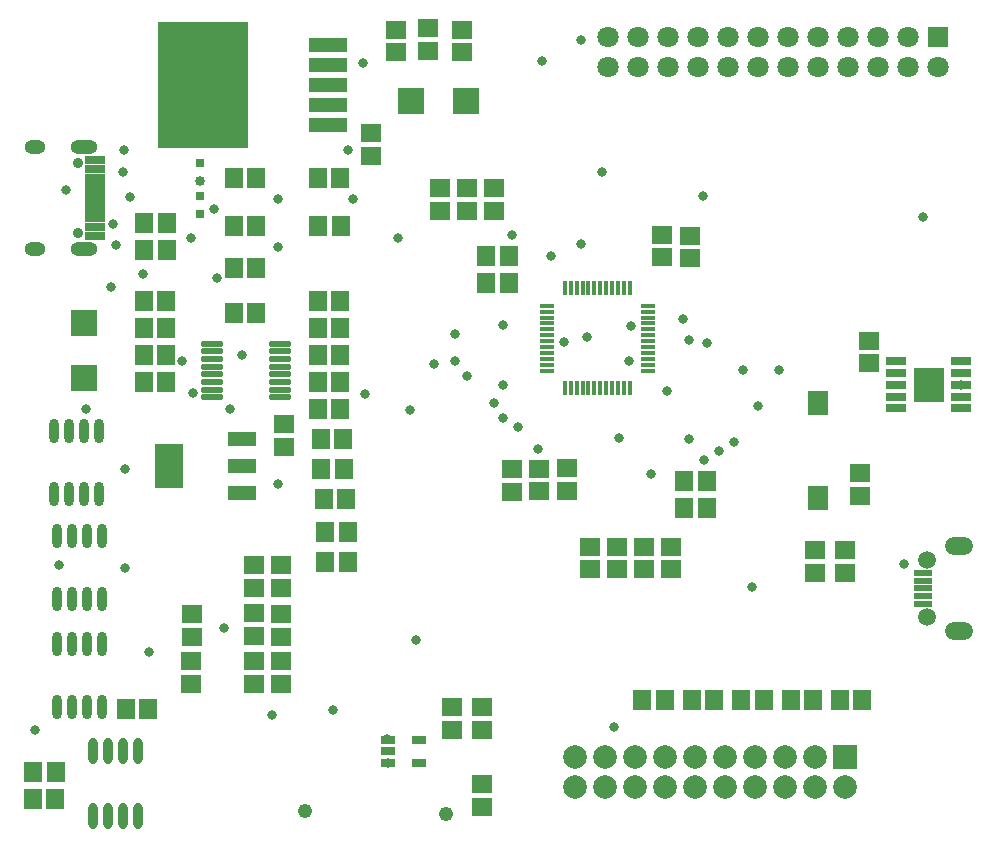
<source format=gts>
G04*
G04 #@! TF.GenerationSoftware,Altium Limited,Altium Designer,21.6.4 (81)*
G04*
G04 Layer_Color=8388736*
%FSLAX25Y25*%
%MOIN*%
G70*
G04*
G04 #@! TF.SameCoordinates,D17E0072-19AB-4E61-9357-99CEFC96D61D*
G04*
G04*
G04 #@! TF.FilePolarity,Negative*
G04*
G01*
G75*
%ADD23R,0.01200X0.04700*%
%ADD24R,0.04700X0.01200*%
%ADD41R,0.05918X0.06706*%
%ADD42R,0.06509X0.03162*%
%ADD43R,0.06509X0.01981*%
%ADD44R,0.04737X0.03162*%
%ADD45R,0.03162X0.03162*%
%ADD46R,0.30410X0.42400*%
%ADD47R,0.12937X0.04816*%
%ADD48R,0.06706X0.05918*%
%ADD49O,0.07617X0.02150*%
%ADD50O,0.03280X0.08143*%
%ADD51R,0.06312X0.02375*%
%ADD52C,0.04800*%
%ADD53O,0.03115X0.08851*%
%ADD54R,0.09461X0.14580*%
%ADD55R,0.09461X0.05131*%
%ADD56R,0.08674X0.08674*%
%ADD57R,0.06706X0.03162*%
%ADD58R,0.10249X0.11824*%
%ADD59R,0.06706X0.08280*%
%ADD60R,0.08674X0.08674*%
%ADD61C,0.03556*%
%ADD62O,0.07099X0.04737*%
%ADD63O,0.09068X0.04737*%
%ADD64R,0.07887X0.07887*%
%ADD65C,0.07887*%
%ADD66O,0.09461X0.05918*%
%ADD67C,0.05918*%
%ADD68R,0.07099X0.07099*%
%ADD69C,0.07099*%
%ADD70C,0.03162*%
D23*
X188173Y152268D02*
D03*
X190142D02*
D03*
X192110D02*
D03*
X194079D02*
D03*
X196047D02*
D03*
X198016D02*
D03*
X199984D02*
D03*
X201953D02*
D03*
X203921D02*
D03*
X205890D02*
D03*
X207858D02*
D03*
X209827D02*
D03*
Y185732D02*
D03*
X207858D02*
D03*
X205890D02*
D03*
X203921D02*
D03*
X201953D02*
D03*
X199984D02*
D03*
X198016D02*
D03*
X196047D02*
D03*
X194079D02*
D03*
X192110D02*
D03*
X190142D02*
D03*
X188173D02*
D03*
D24*
X215732Y158173D02*
D03*
Y160142D02*
D03*
Y162110D02*
D03*
Y164079D02*
D03*
Y166047D02*
D03*
Y168016D02*
D03*
Y169984D02*
D03*
Y171953D02*
D03*
Y173921D02*
D03*
Y175890D02*
D03*
Y177858D02*
D03*
Y179827D02*
D03*
X182268D02*
D03*
Y177858D02*
D03*
Y175890D02*
D03*
Y173921D02*
D03*
Y171953D02*
D03*
Y169984D02*
D03*
Y168016D02*
D03*
Y166047D02*
D03*
Y164079D02*
D03*
Y162110D02*
D03*
Y160142D02*
D03*
Y158173D02*
D03*
D41*
X113240Y222500D02*
D03*
X105760D02*
D03*
X162020Y196500D02*
D03*
X169500D02*
D03*
X77760Y177500D02*
D03*
X85240D02*
D03*
X237980Y48500D02*
D03*
X230500D02*
D03*
X221500D02*
D03*
X214020D02*
D03*
X247020D02*
D03*
X254500D02*
D03*
X263500D02*
D03*
X270980D02*
D03*
X279760D02*
D03*
X287240D02*
D03*
X85240Y222500D02*
D03*
X77760D02*
D03*
X85240Y206500D02*
D03*
X77760D02*
D03*
X85240Y192500D02*
D03*
X77760D02*
D03*
X49240Y45500D02*
D03*
X41760D02*
D03*
X107760Y115500D02*
D03*
X115240D02*
D03*
X108280Y104500D02*
D03*
X115760D02*
D03*
Y94500D02*
D03*
X108280D02*
D03*
X114500Y125500D02*
D03*
X107020D02*
D03*
X162020Y187500D02*
D03*
X169500D02*
D03*
X114240Y135500D02*
D03*
X106760D02*
D03*
X18500Y24500D02*
D03*
X11020D02*
D03*
X18240Y15500D02*
D03*
X10760D02*
D03*
X235500Y121500D02*
D03*
X228020D02*
D03*
X235500Y112500D02*
D03*
X228020D02*
D03*
X48020Y207500D02*
D03*
X55500D02*
D03*
X113500Y206500D02*
D03*
X106020D02*
D03*
X55240Y154500D02*
D03*
X47760D02*
D03*
X47900Y163400D02*
D03*
X55380D02*
D03*
X55500Y198500D02*
D03*
X48020D02*
D03*
X105760Y145500D02*
D03*
X113240D02*
D03*
X55240Y172500D02*
D03*
X47760D02*
D03*
X55240Y181500D02*
D03*
X47760D02*
D03*
X105760Y172500D02*
D03*
X113240D02*
D03*
X105760Y154500D02*
D03*
X113240D02*
D03*
X113240Y181500D02*
D03*
X105760D02*
D03*
X113240Y163500D02*
D03*
X105760D02*
D03*
D42*
X31629Y203023D02*
D03*
Y206054D02*
D03*
Y225346D02*
D03*
Y228397D02*
D03*
D43*
Y208810D02*
D03*
Y210779D02*
D03*
Y212747D02*
D03*
Y214716D02*
D03*
Y216685D02*
D03*
Y218653D02*
D03*
X31628Y220621D02*
D03*
X31629Y222590D02*
D03*
D44*
X139619Y34980D02*
D03*
X139618Y27500D02*
D03*
X129382Y27500D02*
D03*
X129382Y31240D02*
D03*
X129382Y34980D02*
D03*
D45*
X66500Y221547D02*
D03*
Y227453D02*
D03*
Y216453D02*
D03*
Y210547D02*
D03*
D46*
X67500Y253500D02*
D03*
D47*
X109310Y266886D02*
D03*
Y260193D02*
D03*
Y253500D02*
D03*
Y246807D02*
D03*
Y240114D02*
D03*
D48*
X188800Y118120D02*
D03*
Y125600D02*
D03*
X179700Y118020D02*
D03*
Y125500D02*
D03*
X170600Y117760D02*
D03*
Y125240D02*
D03*
X63500Y53760D02*
D03*
Y61240D02*
D03*
X160500Y45980D02*
D03*
Y38500D02*
D03*
Y20240D02*
D03*
Y12760D02*
D03*
X150500Y45980D02*
D03*
Y38500D02*
D03*
X220500Y203500D02*
D03*
Y196020D02*
D03*
X223500Y92020D02*
D03*
Y99500D02*
D03*
X214500Y92020D02*
D03*
Y99500D02*
D03*
X205500Y92020D02*
D03*
Y99500D02*
D03*
X196500Y92020D02*
D03*
Y99500D02*
D03*
X132000Y271740D02*
D03*
Y264260D02*
D03*
X142500Y264760D02*
D03*
Y272240D02*
D03*
X84500Y61240D02*
D03*
Y53760D02*
D03*
X154000Y271740D02*
D03*
Y264260D02*
D03*
X94500Y140240D02*
D03*
Y132760D02*
D03*
X63774Y76980D02*
D03*
Y69500D02*
D03*
X84500Y85760D02*
D03*
Y93240D02*
D03*
Y69760D02*
D03*
Y77240D02*
D03*
X93500Y85760D02*
D03*
Y93240D02*
D03*
Y61240D02*
D03*
Y53760D02*
D03*
Y76980D02*
D03*
Y69500D02*
D03*
X123500Y229760D02*
D03*
Y237240D02*
D03*
X229900Y203200D02*
D03*
Y195720D02*
D03*
X289480Y160638D02*
D03*
Y168118D02*
D03*
X286500Y116500D02*
D03*
Y123980D02*
D03*
X271500Y98240D02*
D03*
Y90760D02*
D03*
X281500Y98240D02*
D03*
Y90760D02*
D03*
X164500Y211500D02*
D03*
Y218980D02*
D03*
X155500Y218930D02*
D03*
Y211450D02*
D03*
X146500Y211500D02*
D03*
Y218980D02*
D03*
D49*
X70500Y167177D02*
D03*
Y164618D02*
D03*
Y162059D02*
D03*
Y159500D02*
D03*
Y156941D02*
D03*
Y154382D02*
D03*
Y151823D02*
D03*
Y149264D02*
D03*
X93065Y167177D02*
D03*
Y164618D02*
D03*
Y162059D02*
D03*
Y159500D02*
D03*
Y156941D02*
D03*
Y154382D02*
D03*
Y151823D02*
D03*
Y149264D02*
D03*
D50*
X19000Y81939D02*
D03*
X24000D02*
D03*
X29000D02*
D03*
X34000D02*
D03*
X19000Y103061D02*
D03*
X24000D02*
D03*
X29000D02*
D03*
X34000D02*
D03*
Y67061D02*
D03*
X29000D02*
D03*
X24000D02*
D03*
X19000D02*
D03*
X34000Y45939D02*
D03*
X29000D02*
D03*
X24000D02*
D03*
X19000D02*
D03*
X33000Y138061D02*
D03*
X28000D02*
D03*
X23000D02*
D03*
X18000D02*
D03*
X33000Y116939D02*
D03*
X28000D02*
D03*
X23000D02*
D03*
X18000D02*
D03*
D51*
X307500Y90736D02*
D03*
Y88177D02*
D03*
Y85618D02*
D03*
Y83059D02*
D03*
Y80500D02*
D03*
D52*
X101500Y11500D02*
D03*
X148500Y10500D02*
D03*
D53*
X46000Y31415D02*
D03*
X41000D02*
D03*
X36000D02*
D03*
X31000D02*
D03*
X46000Y9585D02*
D03*
X41000D02*
D03*
X36000D02*
D03*
X31000D02*
D03*
D54*
X56300Y126500D02*
D03*
D55*
X80700Y135555D02*
D03*
Y126500D02*
D03*
Y117445D02*
D03*
D56*
X155055Y248000D02*
D03*
X136945D02*
D03*
D57*
X320326Y145626D02*
D03*
Y149563D02*
D03*
Y153500D02*
D03*
Y157437D02*
D03*
Y161374D02*
D03*
X298673D02*
D03*
Y157437D02*
D03*
Y153500D02*
D03*
Y149563D02*
D03*
Y145626D02*
D03*
D58*
X309500Y153500D02*
D03*
D59*
X272500Y147248D02*
D03*
Y115752D02*
D03*
D60*
X28000Y155890D02*
D03*
Y174000D02*
D03*
D61*
X25940Y203967D02*
D03*
Y227432D02*
D03*
D62*
X11570Y198692D02*
D03*
Y232708D02*
D03*
D63*
X28027Y198692D02*
D03*
Y232708D02*
D03*
D64*
X281500Y29500D02*
D03*
D65*
Y19500D02*
D03*
X271500Y29500D02*
D03*
Y19500D02*
D03*
X261500Y29500D02*
D03*
Y19500D02*
D03*
X251500Y29500D02*
D03*
Y19500D02*
D03*
X241500Y29500D02*
D03*
Y19500D02*
D03*
X231500Y29500D02*
D03*
Y19500D02*
D03*
X221500Y29500D02*
D03*
Y19500D02*
D03*
X211500Y29500D02*
D03*
Y19500D02*
D03*
X201500Y29500D02*
D03*
Y19500D02*
D03*
X191500Y29500D02*
D03*
Y19500D02*
D03*
D66*
X319479Y99791D02*
D03*
Y71445D02*
D03*
D67*
X308967Y76071D02*
D03*
Y95165D02*
D03*
D68*
X312500Y269500D02*
D03*
D69*
Y259500D02*
D03*
X302500Y269500D02*
D03*
Y259500D02*
D03*
X292500Y269500D02*
D03*
Y259500D02*
D03*
X282500Y269500D02*
D03*
Y259500D02*
D03*
X272500Y269500D02*
D03*
Y259500D02*
D03*
X262500Y269500D02*
D03*
Y259500D02*
D03*
X252500Y269500D02*
D03*
Y259500D02*
D03*
X242500Y269500D02*
D03*
Y259500D02*
D03*
X232500Y269500D02*
D03*
Y259500D02*
D03*
X222500Y269500D02*
D03*
Y259500D02*
D03*
X212500Y269500D02*
D03*
Y259500D02*
D03*
X202500Y269500D02*
D03*
Y259500D02*
D03*
D70*
X41300Y231700D02*
D03*
X38400Y200100D02*
D03*
X37400Y207200D02*
D03*
X113240Y222500D02*
D03*
X40800Y224300D02*
D03*
X123500Y237240D02*
D03*
X162020Y196500D02*
D03*
X234100Y216500D02*
D03*
X227500Y175500D02*
D03*
X301200Y93900D02*
D03*
X187793Y167793D02*
D03*
X195600Y169500D02*
D03*
X66500Y221547D02*
D03*
X71200Y212100D02*
D03*
X115800Y231700D02*
D03*
X47900Y163400D02*
D03*
X47760Y154500D02*
D03*
X94500Y140240D02*
D03*
X113240Y145500D02*
D03*
X10760Y15500D02*
D03*
X36000Y9585D02*
D03*
Y31415D02*
D03*
X46000D02*
D03*
X49240Y45500D02*
D03*
X93500Y61240D02*
D03*
X84500Y85760D02*
D03*
X93500Y93240D02*
D03*
X80700Y117445D02*
D03*
X115240Y115500D02*
D03*
X196500Y92020D02*
D03*
X205500D02*
D03*
X214500D02*
D03*
X270980Y48500D02*
D03*
X214020D02*
D03*
X254500D02*
D03*
X230500D02*
D03*
X150500Y45980D02*
D03*
X160500D02*
D03*
Y12760D02*
D03*
X220500Y203500D02*
D03*
X320326Y153500D02*
D03*
X272500Y147248D02*
D03*
X286500Y116500D02*
D03*
X281500Y90760D02*
D03*
X223500Y92020D02*
D03*
X235500Y112500D02*
D03*
Y121500D02*
D03*
X170600Y117760D02*
D03*
X179700Y118020D02*
D03*
X206200Y135800D02*
D03*
X162020Y187500D02*
D03*
X146500Y218980D02*
D03*
X113500Y206500D02*
D03*
X85240Y192500D02*
D03*
X76000Y244000D02*
D03*
X74000Y264000D02*
D03*
X60000Y242000D02*
D03*
X62000Y266000D02*
D03*
X68000Y254000D02*
D03*
X109310Y266886D02*
D03*
Y253500D02*
D03*
X154000Y271740D02*
D03*
X142500Y272240D02*
D03*
X155265Y248557D02*
D03*
X34000Y81939D02*
D03*
X19000Y103061D02*
D03*
Y67061D02*
D03*
X33000Y116939D02*
D03*
X287240Y48500D02*
D03*
X271500Y90760D02*
D03*
X289480Y168118D02*
D03*
Y160638D02*
D03*
X220500Y196020D02*
D03*
X189300Y118100D02*
D03*
X179700Y125500D02*
D03*
X179200Y132000D02*
D03*
X216760Y123760D02*
D03*
X170000Y188000D02*
D03*
X123500Y229760D02*
D03*
X164500Y218980D02*
D03*
X155500Y218930D02*
D03*
X109310Y240114D02*
D03*
X48020Y207500D02*
D03*
X28043Y155965D02*
D03*
X160500Y38500D02*
D03*
X148500Y10500D02*
D03*
X150500Y38500D02*
D03*
X128999Y35240D02*
D03*
X129382Y27500D02*
D03*
X101500Y11500D02*
D03*
X41760Y45500D02*
D03*
X46000Y9585D02*
D03*
X18240Y15500D02*
D03*
X18000Y138061D02*
D03*
X80700Y126500D02*
D03*
X92500Y120500D02*
D03*
X138500Y68500D02*
D03*
X151500Y170500D02*
D03*
X167500Y173500D02*
D03*
X144500Y160500D02*
D03*
X151500Y161500D02*
D03*
X155500Y156500D02*
D03*
X132500Y202500D02*
D03*
X234500Y128500D02*
D03*
X239500Y131500D02*
D03*
X244500Y134500D02*
D03*
X229500Y135500D02*
D03*
X183500Y196500D02*
D03*
X204500Y39500D02*
D03*
X250417Y86013D02*
D03*
X209500Y161500D02*
D03*
X247500Y158500D02*
D03*
X222230Y151364D02*
D03*
X307500Y209500D02*
D03*
X252500Y146500D02*
D03*
X259500Y158500D02*
D03*
X229500Y168500D02*
D03*
X235500Y167500D02*
D03*
X200500Y224500D02*
D03*
X193500Y268500D02*
D03*
X180500Y261500D02*
D03*
X193500Y200500D02*
D03*
X210205Y172937D02*
D03*
X167500Y153500D02*
D03*
X164500Y147500D02*
D03*
X167500Y142500D02*
D03*
X172500Y139500D02*
D03*
X136500Y145086D02*
D03*
X170500Y203500D02*
D03*
X41500Y125500D02*
D03*
X74500Y72500D02*
D03*
X43359Y215922D02*
D03*
X117500Y215500D02*
D03*
X47500Y190500D02*
D03*
X37000Y185945D02*
D03*
X63500Y202500D02*
D03*
X60640Y161400D02*
D03*
X64142Y150635D02*
D03*
X72078Y189129D02*
D03*
X80500Y163500D02*
D03*
X76500Y145500D02*
D03*
X92500Y199500D02*
D03*
X22036Y218340D02*
D03*
X92500Y215500D02*
D03*
X121500Y150500D02*
D03*
X120838Y260871D02*
D03*
X110935Y45238D02*
D03*
X49500Y64500D02*
D03*
X28500Y145308D02*
D03*
X90500Y43500D02*
D03*
X11500Y38500D02*
D03*
X19500Y93500D02*
D03*
X41500Y92500D02*
D03*
M02*

</source>
